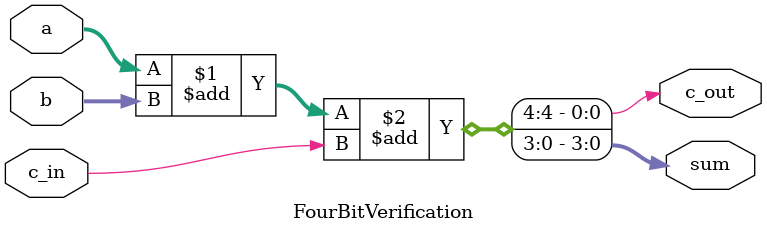
<source format=v>
`timescale 1ns / 1ps

module FourBitVerification(
    input [3:0] a, b,
    input c_in,
    output [3:0] sum,
    output c_out
    );
    
    assign {c_out, sum} = a + b + c_in;
    
endmodule

</source>
